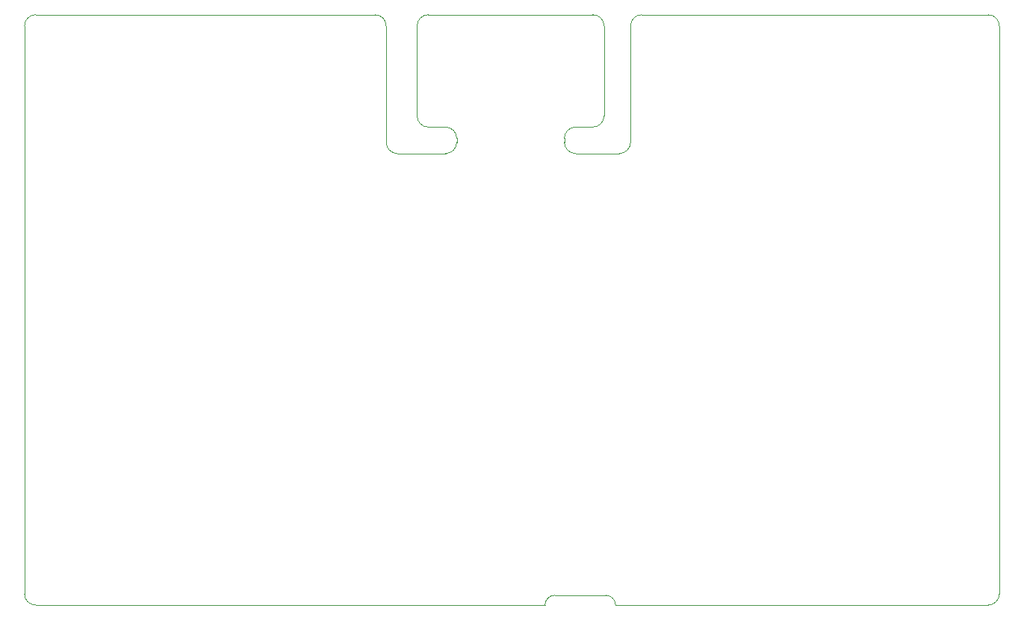
<source format=gbr>
%TF.GenerationSoftware,Altium Limited,Altium Designer,24.7.2 (38)*%
G04 Layer_Color=0*
%FSLAX45Y45*%
%MOMM*%
%TF.SameCoordinates,33B871D1-E8D8-480E-9A2D-2420748CAAD8*%
%TF.FilePolarity,Positive*%
%TF.FileFunction,Profile,NP*%
%TF.Part,Single*%
G01*
G75*
%TA.AperFunction,Profile*%
%ADD164C,0.02540*%
D164*
X0Y127000D02*
Y6573000D01*
D02*
G02*
X127000Y6700000I127000J0D01*
G01*
X3973000D01*
D02*
G02*
X4100000Y6573000I0J-127000D01*
G01*
Y5252000D01*
D02*
G03*
X4227000Y5125000I127000J0D01*
G01*
X4773000D01*
D02*
G03*
X4900000Y5252000I0J127000D01*
G01*
Y5298000D01*
D02*
G03*
X4773000Y5425000I-127000J0D01*
G01*
X4577000D01*
D02*
G02*
X4450000Y5552000I0J127000D01*
G01*
Y6573000D01*
D02*
G02*
X4577000Y6700000I127000J0D01*
G01*
X6443000D01*
D02*
G02*
X6570000Y6573000I0J-127000D01*
G01*
Y5552000D01*
D02*
G02*
X6443000Y5425000I-127000J0D01*
G01*
X6247000D01*
D02*
G03*
X6120000Y5298000I0J-127000D01*
G01*
Y5252000D01*
D02*
G03*
X6247000Y5125000I127000J0D01*
G01*
X6743000D01*
D02*
G03*
X6870000Y5252000I0J127000D01*
G01*
Y6573000D01*
D02*
G02*
X6997000Y6700000I127000J0D01*
G01*
X10800000Y6700000D01*
X10923000D01*
D02*
G02*
X11050000Y6573000I0J-127000D01*
G01*
Y127000D01*
D02*
G02*
X10923000Y0I-127000J0D01*
G01*
X6700000D01*
D02*
G03*
X6587853Y112147I-112147J0D01*
G01*
X6012147D01*
D02*
G03*
X5900000Y0I0J-112147D01*
G01*
X127000D01*
D02*
G02*
X0Y127000I0J127000D01*
G01*
%TF.MD5,09156f56a1def2eda8f6441f93fb87fc*%
M02*

</source>
